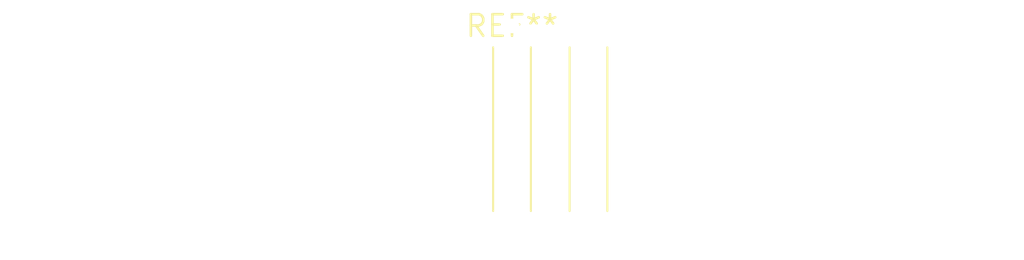
<source format=kicad_pcb>
(kicad_pcb (version 20240108) (generator pcbnew)
  (layers (0 "F.Cu" signal) (31 "B.Cu" signal) (34 "B.Paste" user) (35 "F.Paste" user) (36 "B.SilkS" user "B.Silkscreen") (37 "F.SilkS" user "F.Silkscreen") (38 "B.Mask" user) (39 "F.Mask" user) (44 "Edge.Cuts" user))
  (net 0 "")
  (footprint "SolderWire-0.25sqmm_1x02_P4.5mm_D0.65mm_OD2mm_Relief" (layer "F.Cu") (at 0 0)
    (property "Reference" "REF**")
    (property "Value" "SolderWire-0.25sqmm_1x02_P4.5mm_D0.65mm_OD2mm_Relief")
    (fp_line (start -1.11 1.26) (end -1.11 10.89) (layer "F.SilkS") (stroke (width 0.12)))
    (fp_line (start 1.11 1.26) (end 1.11 10.89) (layer "F.SilkS") (stroke (width 0.12)))
    (fp_line (start 3.39 1.26) (end 3.39 10.89) (layer "F.SilkS") (stroke (width 0.12)))
    (fp_line (start 5.61 1.26) (end 5.61 10.89) (layer "F.SilkS") (stroke (width 0.12)))
    (pad "" np_thru_hole circle (at 0 12) (size 2.5 2.5) (drill 2.5) (layers *.Cu *.Mask))
    (pad "" np_thru_hole circle (at 4.5 12) (size 2.5 2.5) (drill 2.5) (layers *.Cu *.Mask))
    (pad "1" thru_hole roundrect (at 0 0) (size 2 2) (drill 0.85) (layers *.Cu *.Mask) (remove_unused_layers) (roundrect_rratio 0.125))
    (pad "2" thru_hole circle (at 4.5 0) (size 2 2) (drill 0.85) (layers *.Cu *.Mask) (remove_unused_layers))
  )
)
</source>
